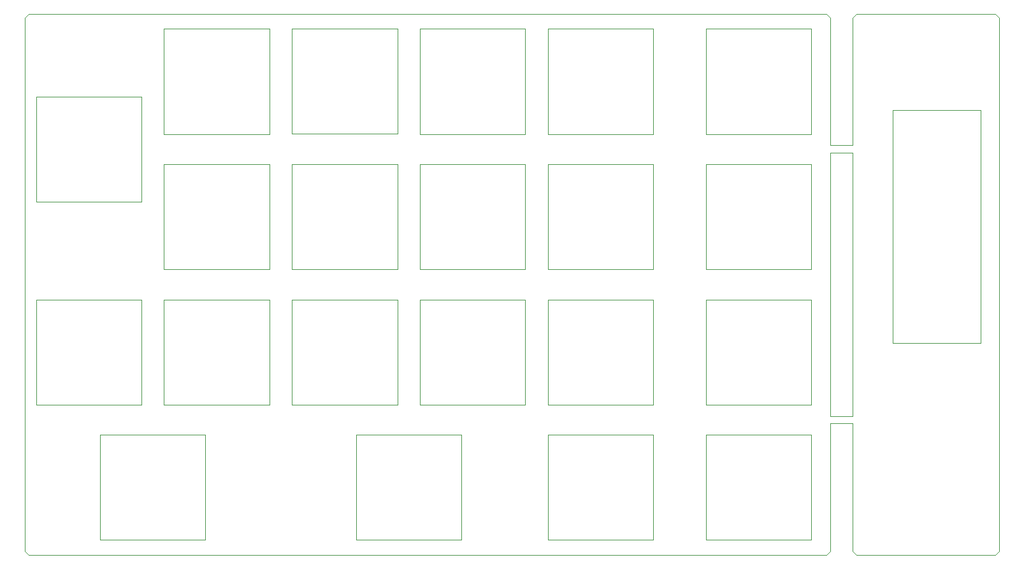
<source format=gm1>
G04 #@! TF.GenerationSoftware,KiCad,Pcbnew,(5.1.5)-3*
G04 #@! TF.CreationDate,2021-03-06T01:40:30+09:00*
G04 #@! TF.ProjectId,Setta21_Top,53657474-6132-4315-9f54-6f702e6b6963,rev?*
G04 #@! TF.SameCoordinates,Original*
G04 #@! TF.FileFunction,Profile,NP*
%FSLAX46Y46*%
G04 Gerber Fmt 4.6, Leading zero omitted, Abs format (unit mm)*
G04 Created by KiCad (PCBNEW (5.1.5)-3) date 2021-03-06 01:40:30*
%MOMM*%
%LPD*%
G04 APERTURE LIST*
%ADD10C,0.100000*%
G04 APERTURE END LIST*
D10*
X63000000Y-58500000D02*
X63500000Y-58000000D01*
X170000000Y-58500000D02*
X169500000Y-58000000D01*
X173500000Y-58000000D02*
X173000000Y-58500000D01*
X192500000Y-58500000D02*
X192000000Y-58000000D01*
X192000000Y-130000000D02*
X192500000Y-129500000D01*
X173500000Y-130000000D02*
X173000000Y-129500000D01*
X169500000Y-130000000D02*
X170000000Y-129500000D01*
X63000000Y-129500000D02*
X63500000Y-130000000D01*
X178350000Y-70800000D02*
X190000000Y-70800000D01*
X178350000Y-101800000D02*
X178350000Y-70800000D01*
X190000000Y-101800000D02*
X178350000Y-101800000D01*
X190000000Y-70800000D02*
X190000000Y-101800000D01*
X173500000Y-58000000D02*
X192000000Y-58000000D01*
X173000000Y-112500000D02*
X173000000Y-129500000D01*
X173000000Y-76500000D02*
X173000000Y-111500000D01*
X192000000Y-130000000D02*
X173500000Y-130000000D01*
X170000000Y-112500000D02*
X170000000Y-129500000D01*
X170000000Y-76500000D02*
X170000000Y-111500000D01*
X173000000Y-75500000D02*
X170000000Y-75500000D01*
X170000000Y-76500000D02*
X173000000Y-76500000D01*
X173000000Y-112500000D02*
X170000000Y-112500000D01*
X170000000Y-111500000D02*
X173000000Y-111500000D01*
X121000000Y-114000000D02*
X107000000Y-114000000D01*
X121000000Y-128000000D02*
X121000000Y-114000000D01*
X107000000Y-128000000D02*
X121000000Y-128000000D01*
X107000000Y-114000000D02*
X107000000Y-128000000D01*
X73000000Y-128000000D02*
X73000000Y-114000000D01*
X87000000Y-128000000D02*
X73000000Y-128000000D01*
X87000000Y-114000000D02*
X87000000Y-128000000D01*
X73000000Y-114000000D02*
X87000000Y-114000000D01*
X64500000Y-83000000D02*
X64500000Y-69000000D01*
X78500000Y-83000000D02*
X64500000Y-83000000D01*
X78500000Y-69000000D02*
X78500000Y-83000000D01*
X64500000Y-69000000D02*
X78500000Y-69000000D01*
X64500000Y-96000000D02*
X64500000Y-110000000D01*
X78500000Y-96000000D02*
X64500000Y-96000000D01*
X78500000Y-110000000D02*
X78500000Y-96000000D01*
X64500000Y-110000000D02*
X78500000Y-110000000D01*
X146500000Y-114000000D02*
X132500000Y-114000000D01*
X146500000Y-128000000D02*
X146500000Y-114000000D01*
X132500000Y-128000000D02*
X146500000Y-128000000D01*
X132500000Y-114000000D02*
X132500000Y-128000000D01*
X167500000Y-114000000D02*
X153500000Y-114000000D01*
X167500000Y-128000000D02*
X167500000Y-114000000D01*
X153500000Y-128000000D02*
X167500000Y-128000000D01*
X153500000Y-114000000D02*
X153500000Y-128000000D01*
X167500000Y-96000000D02*
X153500000Y-96000000D01*
X167500000Y-110000000D02*
X167500000Y-96000000D01*
X153500000Y-110000000D02*
X167500000Y-110000000D01*
X153500000Y-96000000D02*
X153500000Y-110000000D01*
X167500000Y-78000000D02*
X153500000Y-78000000D01*
X167500000Y-92000000D02*
X167500000Y-78000000D01*
X153500000Y-92000000D02*
X167500000Y-92000000D01*
X153500000Y-78000000D02*
X153500000Y-92000000D01*
X146500000Y-96000000D02*
X132500000Y-96000000D01*
X146500000Y-110000000D02*
X146500000Y-96000000D01*
X132500000Y-110000000D02*
X146500000Y-110000000D01*
X132500000Y-96000000D02*
X132500000Y-110000000D01*
X129500000Y-96000000D02*
X115500000Y-96000000D01*
X129500000Y-110000000D02*
X129500000Y-96000000D01*
X115500000Y-110000000D02*
X129500000Y-110000000D01*
X115500000Y-96000000D02*
X115500000Y-110000000D01*
X167500000Y-60000000D02*
X153500000Y-60000000D01*
X167500000Y-74000000D02*
X167500000Y-60000000D01*
X153500000Y-74000000D02*
X167500000Y-74000000D01*
X153500000Y-60000000D02*
X153500000Y-74000000D01*
X146500000Y-78000000D02*
X132500000Y-78000000D01*
X146500000Y-92000000D02*
X146500000Y-78000000D01*
X132500000Y-92000000D02*
X146500000Y-92000000D01*
X132500000Y-78000000D02*
X132500000Y-92000000D01*
X129500000Y-78000000D02*
X115500000Y-78000000D01*
X129500000Y-92000000D02*
X129500000Y-78000000D01*
X115500000Y-92000000D02*
X129500000Y-92000000D01*
X115500000Y-78000000D02*
X115500000Y-92000000D01*
X146500000Y-60000000D02*
X132500000Y-60000000D01*
X146500000Y-74000000D02*
X146500000Y-60000000D01*
X132500000Y-74000000D02*
X146500000Y-74000000D01*
X132500000Y-60000000D02*
X132500000Y-74000000D01*
X129500000Y-60000000D02*
X115500000Y-60000000D01*
X129500000Y-74000000D02*
X129500000Y-60000000D01*
X115500000Y-74000000D02*
X129500000Y-74000000D01*
X115500000Y-60000000D02*
X115500000Y-74000000D01*
X112500000Y-78000000D02*
X98500000Y-78000000D01*
X112500000Y-92000000D02*
X112500000Y-78000000D01*
X98500000Y-92000000D02*
X112500000Y-92000000D01*
X98500000Y-78000000D02*
X98500000Y-92000000D01*
X112500000Y-96000000D02*
X98500000Y-96000000D01*
X112500000Y-110000000D02*
X112500000Y-96000000D01*
X98500000Y-110000000D02*
X112500000Y-110000000D01*
X98500000Y-96000000D02*
X98500000Y-110000000D01*
X95500000Y-96000000D02*
X81500000Y-96000000D01*
X95500000Y-110000000D02*
X95500000Y-96000000D01*
X81500000Y-110000000D02*
X95500000Y-110000000D01*
X81500000Y-96000000D02*
X81500000Y-110000000D01*
X95500000Y-78000000D02*
X81500000Y-78000000D01*
X95500000Y-91975000D02*
X95500000Y-78000000D01*
X81500000Y-91975000D02*
X95500000Y-91975000D01*
X81500000Y-78000000D02*
X81500000Y-91975000D01*
X112500000Y-60000000D02*
X98500000Y-60000000D01*
X112500000Y-73975000D02*
X112500000Y-60000000D01*
X98500000Y-73975000D02*
X112500000Y-73975000D01*
X98500000Y-60000000D02*
X98500000Y-73975000D01*
X95500000Y-60000000D02*
X81500000Y-60000000D01*
X95500000Y-74000000D02*
X95500000Y-60000000D01*
X81500000Y-74000000D02*
X95500000Y-74000000D01*
X81500000Y-60000000D02*
X81500000Y-74000000D01*
X173000000Y-75500000D02*
X173000000Y-58500000D01*
X63000000Y-129500000D02*
X63000000Y-58500000D01*
X170000000Y-75500000D02*
X170000000Y-58500000D01*
X192500000Y-58500000D02*
X192500000Y-129500000D01*
X63500000Y-58000000D02*
X169500000Y-58000000D01*
X169500000Y-130000000D02*
X63500000Y-130000000D01*
M02*

</source>
